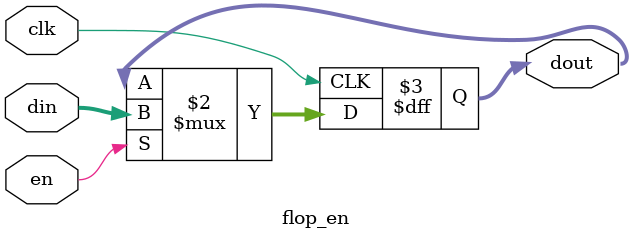
<source format=sv>

`include "defines.vh"

module flop_en #(
parameter WIDTH = 64
)
             ( input clk, input en, input [WIDTH-1:0] din, output logic [WIDTH-1:0] dout);

always @(posedge clk) 
	dout <= en?din:dout;

endmodule            

</source>
